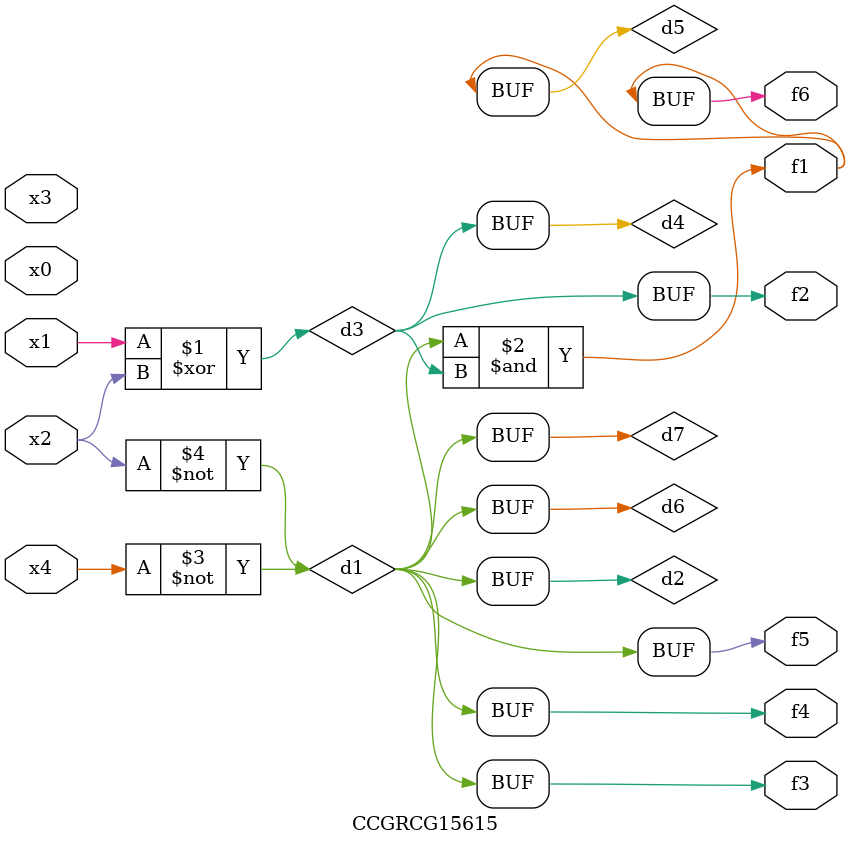
<source format=v>
module CCGRCG15615(
	input x0, x1, x2, x3, x4,
	output f1, f2, f3, f4, f5, f6
);

	wire d1, d2, d3, d4, d5, d6, d7;

	not (d1, x4);
	not (d2, x2);
	xor (d3, x1, x2);
	buf (d4, d3);
	and (d5, d1, d3);
	buf (d6, d1, d2);
	buf (d7, d2);
	assign f1 = d5;
	assign f2 = d4;
	assign f3 = d7;
	assign f4 = d7;
	assign f5 = d7;
	assign f6 = d5;
endmodule

</source>
